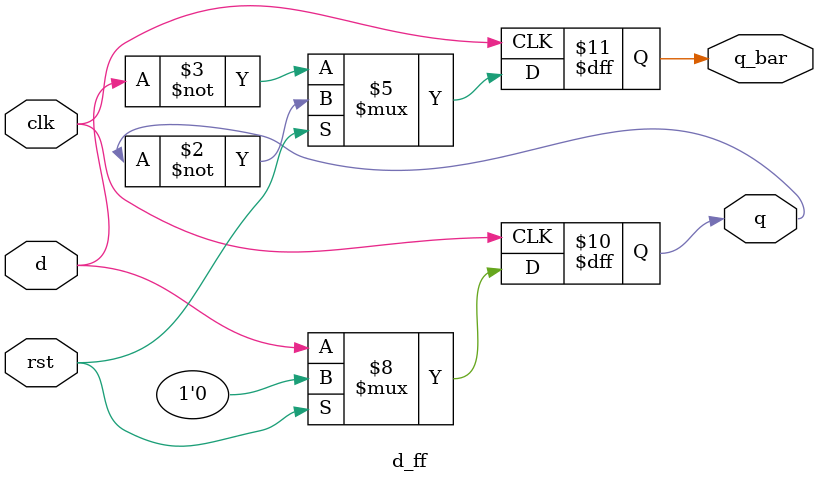
<source format=v>
`timescale 1ns / 1ps
module d_ff(input clk,rst,d,output reg q,q_bar);
always @(posedge clk) 
begin
    if (rst) begin
        q <= 1'b0;
        q_bar <= ~q;
    end
    else begin
        q <= d;
        q_bar <= ~d;
    end
end
endmodule

</source>
